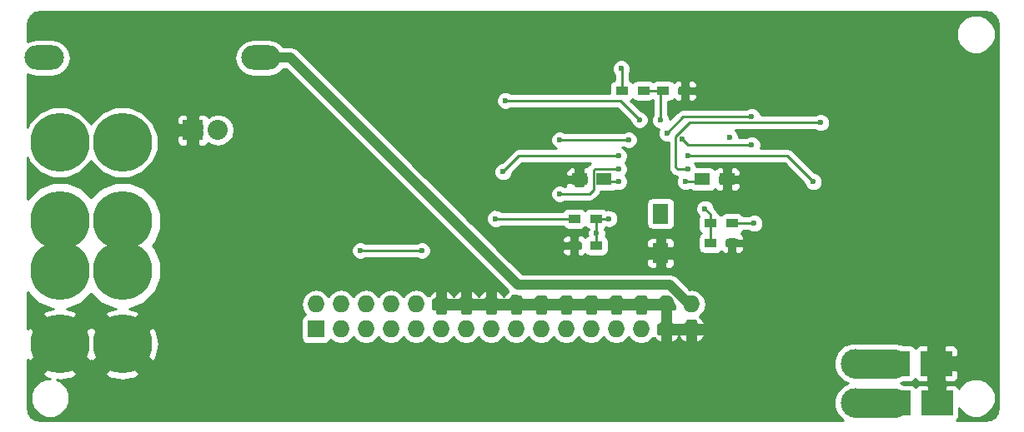
<source format=gbr>
G04 #@! TF.FileFunction,Copper,L2,Bot,Signal*
%FSLAX46Y46*%
G04 Gerber Fmt 4.6, Leading zero omitted, Abs format (unit mm)*
G04 Created by KiCad (PCBNEW 4.0.5+dfsg1-4) date Mon Feb 19 23:39:44 2018*
%MOMM*%
%LPD*%
G01*
G04 APERTURE LIST*
%ADD10C,0.100000*%
%ADD11R,2.032000X2.032000*%
%ADD12O,2.032000X2.032000*%
%ADD13O,4.000500X2.499360*%
%ADD14R,1.727200X1.727200*%
%ADD15O,1.727200X1.727200*%
%ADD16C,5.999480*%
%ADD17R,1.600000X2.000000*%
%ADD18R,1.500000X1.250000*%
%ADD19R,3.200000X2.500000*%
%ADD20R,1.200000X0.900000*%
%ADD21C,0.600000*%
%ADD22C,3.000000*%
%ADD23C,0.250000*%
%ADD24C,3.000000*%
%ADD25C,1.000000*%
%ADD26C,0.254000*%
G04 APERTURE END LIST*
D10*
D11*
X106500000Y-110750000D03*
D12*
X109040000Y-110750000D03*
D13*
X113401480Y-103400000D03*
X91400000Y-103400000D03*
D14*
X119000000Y-131000000D03*
D15*
X119000000Y-128460000D03*
X121540000Y-131000000D03*
X121540000Y-128460000D03*
X124080000Y-131000000D03*
X124080000Y-128460000D03*
X126620000Y-131000000D03*
X126620000Y-128460000D03*
X129160000Y-131000000D03*
X129160000Y-128460000D03*
X131700000Y-131000000D03*
X131700000Y-128460000D03*
X134240000Y-131000000D03*
X134240000Y-128460000D03*
X136780000Y-131000000D03*
X136780000Y-128460000D03*
X139320000Y-131000000D03*
X139320000Y-128460000D03*
X141860000Y-131000000D03*
X141860000Y-128460000D03*
X144400000Y-131000000D03*
X144400000Y-128460000D03*
X146940000Y-131000000D03*
X146940000Y-128460000D03*
X149480000Y-131000000D03*
X149480000Y-128460000D03*
X152020000Y-131000000D03*
X152020000Y-128460000D03*
X154560000Y-131000000D03*
X154560000Y-128460000D03*
X157100000Y-131000000D03*
X157100000Y-128460000D03*
D16*
X99350000Y-112000000D03*
X93000000Y-112000000D03*
X99350000Y-120000000D03*
X93000000Y-120000000D03*
X99350000Y-125000000D03*
X93000000Y-125000000D03*
X99350000Y-132500000D03*
X93000000Y-132500000D03*
D17*
X154000000Y-119250000D03*
X154000000Y-123250000D03*
D18*
X158250000Y-115750000D03*
X160750000Y-115750000D03*
X148250000Y-115750000D03*
X145750000Y-115750000D03*
D19*
X177700000Y-134500000D03*
X182000000Y-134500000D03*
X177750000Y-138500000D03*
X182050000Y-138500000D03*
D20*
X154250000Y-106750000D03*
X156450000Y-106750000D03*
X150050000Y-106750000D03*
X152250000Y-106750000D03*
X161250000Y-120250000D03*
X159050000Y-120250000D03*
X159050000Y-122250000D03*
X161250000Y-122250000D03*
X145250000Y-119750000D03*
X147450000Y-119750000D03*
X147450000Y-122500000D03*
X145250000Y-122500000D03*
D21*
X161000000Y-111500000D03*
X150000000Y-104500000D03*
D22*
X130750000Y-102000000D03*
D21*
X146500000Y-110500000D03*
D22*
X180500000Y-101500000D03*
X186000000Y-133750000D03*
D21*
X158500000Y-118750000D03*
X156500000Y-116000000D03*
X163250000Y-112250000D03*
X156170558Y-111670558D03*
X148750000Y-119750000D03*
X147500000Y-121250000D03*
X149750000Y-116000000D03*
X143750000Y-111750000D03*
X150750000Y-111750000D03*
X163250000Y-109375000D03*
X154625000Y-111054442D03*
X156750000Y-113375000D03*
X169500000Y-116000000D03*
X170250000Y-110000000D03*
X156750000Y-114725000D03*
X138250000Y-107750000D03*
X151858119Y-109721169D03*
X149750000Y-113375000D03*
X138000000Y-115000000D03*
X143750000Y-117250000D03*
X149750000Y-114725000D03*
X154000000Y-109750000D03*
D22*
X173750000Y-134500000D03*
X173750000Y-138500000D03*
D21*
X163500000Y-120250000D03*
X137250000Y-119750000D03*
X129750000Y-123000000D03*
X123500000Y-123000000D03*
D23*
X150050000Y-106750000D02*
X150050000Y-104550000D01*
X150050000Y-104550000D02*
X150000000Y-104500000D01*
X159050000Y-120250000D02*
X159050000Y-119300000D01*
X159050000Y-119300000D02*
X158500000Y-118750000D01*
X159050000Y-120250000D02*
X159050000Y-122250000D01*
X156500000Y-116000000D02*
X158000000Y-116000000D01*
X158000000Y-116000000D02*
X158250000Y-115750000D01*
X156170558Y-111670558D02*
X156750000Y-112250000D01*
X156750000Y-112250000D02*
X163250000Y-112250000D01*
X147450000Y-119750000D02*
X148750000Y-119750000D01*
X147500000Y-121250000D02*
X147500000Y-122450000D01*
X147500000Y-122450000D02*
X147450000Y-122500000D01*
X147500000Y-121250000D02*
X147500000Y-119800000D01*
X147500000Y-119800000D02*
X147450000Y-119750000D01*
X149750000Y-116000000D02*
X148500000Y-116000000D01*
X148500000Y-116000000D02*
X148250000Y-115750000D01*
X150750000Y-111750000D02*
X143750000Y-111750000D01*
X154625000Y-111054442D02*
X156304442Y-109375000D01*
X156304442Y-109375000D02*
X163250000Y-109375000D01*
X169500000Y-116000000D02*
X166875000Y-113375000D01*
X166875000Y-113375000D02*
X156750000Y-113375000D01*
X170250000Y-110000000D02*
X156916114Y-110000000D01*
X156916114Y-110000000D02*
X155545557Y-111370557D01*
X155545557Y-114545557D02*
X155725000Y-114725000D01*
X155545557Y-111370557D02*
X155545557Y-114545557D01*
X155725000Y-114725000D02*
X156750000Y-114725000D01*
X151858119Y-109721169D02*
X149886950Y-107750000D01*
X149886950Y-107750000D02*
X138250000Y-107750000D01*
X138000000Y-115000000D02*
X139625000Y-113375000D01*
X139625000Y-113375000D02*
X149750000Y-113375000D01*
X149750000Y-114725000D02*
X147314998Y-114725000D01*
X147314998Y-114725000D02*
X147174999Y-114864999D01*
X147174999Y-114864999D02*
X147174999Y-116863883D01*
X147174999Y-116863883D02*
X146788882Y-117250000D01*
X146788882Y-117250000D02*
X143750000Y-117250000D01*
X154250000Y-106750000D02*
X152250000Y-106750000D01*
X154000000Y-109750000D02*
X154000000Y-107000000D01*
X154000000Y-107000000D02*
X154250000Y-106750000D01*
D24*
X177700000Y-134500000D02*
X173750000Y-134500000D01*
X177750000Y-138500000D02*
X173750000Y-138500000D01*
D23*
X163500000Y-120250000D02*
X161250000Y-120250000D01*
X139750000Y-119750000D02*
X137250000Y-119750000D01*
X139750000Y-119750000D02*
X145250000Y-119750000D01*
X123500000Y-123000000D02*
X129750000Y-123000000D01*
D25*
X154914130Y-126500000D02*
X139501730Y-126500000D01*
X139501730Y-126500000D02*
X116401730Y-103400000D01*
X116401730Y-103400000D02*
X113401480Y-103400000D01*
X157100000Y-128460000D02*
X156874130Y-128460000D01*
X156874130Y-128460000D02*
X154914130Y-126500000D01*
D26*
G36*
X187488338Y-98821046D02*
X187902333Y-99097669D01*
X188178953Y-99511660D01*
X188290000Y-100069931D01*
X188290000Y-138930069D01*
X188178953Y-139488340D01*
X187902333Y-139902331D01*
X187488338Y-140178954D01*
X186930069Y-140290000D01*
X184005659Y-140290000D01*
X184009698Y-140288327D01*
X184188327Y-140109699D01*
X184285000Y-139876310D01*
X184285000Y-139047390D01*
X184316218Y-139122943D01*
X184874120Y-139681819D01*
X185603427Y-139984654D01*
X186393109Y-139985343D01*
X187122943Y-139683782D01*
X187681819Y-139125880D01*
X187984654Y-138396573D01*
X187985343Y-137606891D01*
X187683782Y-136877057D01*
X187125880Y-136318181D01*
X186396573Y-136015346D01*
X185606891Y-136014657D01*
X184877057Y-136316218D01*
X184318181Y-136874120D01*
X184249819Y-137038755D01*
X184188327Y-136890301D01*
X184009698Y-136711673D01*
X183776309Y-136615000D01*
X183008750Y-136615000D01*
X182850000Y-136773750D01*
X182850000Y-137875000D01*
X182943000Y-137875000D01*
X182943000Y-139125000D01*
X182850000Y-139125000D01*
X182850000Y-139393000D01*
X181250000Y-139393000D01*
X181250000Y-139125000D01*
X181157000Y-139125000D01*
X181157000Y-137875000D01*
X181250000Y-137875000D01*
X181250000Y-136773750D01*
X181091250Y-136615000D01*
X180323691Y-136615000D01*
X180090302Y-136711673D01*
X179911673Y-136890301D01*
X179896577Y-136926747D01*
X179814090Y-136798559D01*
X179601890Y-136653569D01*
X179350000Y-136602560D01*
X178679339Y-136602560D01*
X178567029Y-136527517D01*
X178403692Y-136495027D01*
X178517029Y-136472483D01*
X178629339Y-136397440D01*
X179300000Y-136397440D01*
X179535317Y-136353162D01*
X179751441Y-136214090D01*
X179846990Y-136074250D01*
X179861673Y-136109699D01*
X180040302Y-136288327D01*
X180273691Y-136385000D01*
X181041250Y-136385000D01*
X181200000Y-136226250D01*
X181200000Y-135125000D01*
X182800000Y-135125000D01*
X182800000Y-136226250D01*
X182958750Y-136385000D01*
X183726309Y-136385000D01*
X183959698Y-136288327D01*
X184138327Y-136109699D01*
X184235000Y-135876310D01*
X184235000Y-135283750D01*
X184076250Y-135125000D01*
X182800000Y-135125000D01*
X181200000Y-135125000D01*
X181107000Y-135125000D01*
X181107000Y-133875000D01*
X181200000Y-133875000D01*
X181200000Y-132773750D01*
X182800000Y-132773750D01*
X182800000Y-133875000D01*
X184076250Y-133875000D01*
X184235000Y-133716250D01*
X184235000Y-133123690D01*
X184138327Y-132890301D01*
X183959698Y-132711673D01*
X183726309Y-132615000D01*
X182958750Y-132615000D01*
X182800000Y-132773750D01*
X181200000Y-132773750D01*
X181041250Y-132615000D01*
X180273691Y-132615000D01*
X180040302Y-132711673D01*
X179861673Y-132890301D01*
X179846577Y-132926747D01*
X179764090Y-132798559D01*
X179551890Y-132653569D01*
X179300000Y-132602560D01*
X178629339Y-132602560D01*
X178517029Y-132527517D01*
X177700000Y-132365000D01*
X173750718Y-132365000D01*
X173327185Y-132364630D01*
X172542200Y-132688980D01*
X171941091Y-133289041D01*
X171615372Y-134073459D01*
X171614630Y-134922815D01*
X171938980Y-135707800D01*
X172539041Y-136308909D01*
X172999402Y-136500068D01*
X172542200Y-136688980D01*
X171941091Y-137289041D01*
X171615372Y-138073459D01*
X171614630Y-138922815D01*
X171938980Y-139707800D01*
X172520165Y-140290000D01*
X91069931Y-140290000D01*
X90511660Y-140178953D01*
X90097669Y-139902333D01*
X89821046Y-139488338D01*
X89710000Y-138930069D01*
X89710000Y-138393109D01*
X90014657Y-138393109D01*
X90316218Y-139122943D01*
X90874120Y-139681819D01*
X91603427Y-139984654D01*
X92393109Y-139985343D01*
X93122943Y-139683782D01*
X93681819Y-139125880D01*
X93984654Y-138396573D01*
X93985343Y-137606891D01*
X93683782Y-136877057D01*
X93125880Y-136318181D01*
X92718372Y-136148969D01*
X93008089Y-136205940D01*
X94410728Y-135926937D01*
X94813795Y-135548404D01*
X97536205Y-135548404D01*
X97939272Y-135926937D01*
X99358089Y-136205940D01*
X100760728Y-135926937D01*
X101163795Y-135548404D01*
X99350000Y-133734608D01*
X97536205Y-135548404D01*
X94813795Y-135548404D01*
X93000000Y-133734608D01*
X91186205Y-135548404D01*
X91589272Y-135926937D01*
X92037265Y-136015033D01*
X91606891Y-136014657D01*
X90877057Y-136316218D01*
X90318181Y-136874120D01*
X90015346Y-137603427D01*
X90014657Y-138393109D01*
X89710000Y-138393109D01*
X89710000Y-134056540D01*
X89951596Y-134313795D01*
X91765392Y-132500000D01*
X94234608Y-132500000D01*
X96048404Y-134313795D01*
X96175000Y-134178994D01*
X96301596Y-134313795D01*
X98115392Y-132500000D01*
X100584608Y-132500000D01*
X102398404Y-134313795D01*
X102776937Y-133910728D01*
X103055940Y-132491911D01*
X102776937Y-131089272D01*
X102398404Y-130686205D01*
X100584608Y-132500000D01*
X98115392Y-132500000D01*
X96301596Y-130686205D01*
X96175000Y-130821006D01*
X96048404Y-130686205D01*
X94234608Y-132500000D01*
X91765392Y-132500000D01*
X89951596Y-130686205D01*
X89710000Y-130943460D01*
X89710000Y-127262353D01*
X90772776Y-128326987D01*
X92215496Y-128926057D01*
X92327826Y-128926155D01*
X91589272Y-129073063D01*
X91186205Y-129451596D01*
X93000000Y-131265392D01*
X94813795Y-129451596D01*
X94410728Y-129073063D01*
X93669609Y-128927326D01*
X93777650Y-128927420D01*
X95221413Y-128330869D01*
X96175696Y-127378251D01*
X97122776Y-128326987D01*
X98565496Y-128926057D01*
X98677826Y-128926155D01*
X97939272Y-129073063D01*
X97536205Y-129451596D01*
X99350000Y-131265392D01*
X100478991Y-130136400D01*
X117488960Y-130136400D01*
X117488960Y-131863600D01*
X117533238Y-132098917D01*
X117672310Y-132315041D01*
X117884510Y-132460031D01*
X118136400Y-132511040D01*
X119863600Y-132511040D01*
X120098917Y-132466762D01*
X120315041Y-132327690D01*
X120460031Y-132115490D01*
X120468864Y-132071869D01*
X120480330Y-132089029D01*
X120966511Y-132413885D01*
X121540000Y-132527959D01*
X122113489Y-132413885D01*
X122599670Y-132089029D01*
X122810000Y-131774248D01*
X123020330Y-132089029D01*
X123506511Y-132413885D01*
X124080000Y-132527959D01*
X124653489Y-132413885D01*
X125139670Y-132089029D01*
X125350000Y-131774248D01*
X125560330Y-132089029D01*
X126046511Y-132413885D01*
X126620000Y-132527959D01*
X127193489Y-132413885D01*
X127679670Y-132089029D01*
X127890000Y-131774248D01*
X128100330Y-132089029D01*
X128586511Y-132413885D01*
X129160000Y-132527959D01*
X129733489Y-132413885D01*
X130219670Y-132089029D01*
X130430000Y-131774248D01*
X130640330Y-132089029D01*
X131126511Y-132413885D01*
X131700000Y-132527959D01*
X132273489Y-132413885D01*
X132759670Y-132089029D01*
X132970000Y-131774248D01*
X133180330Y-132089029D01*
X133666511Y-132413885D01*
X134240000Y-132527959D01*
X134813489Y-132413885D01*
X135299670Y-132089029D01*
X135510000Y-131774248D01*
X135720330Y-132089029D01*
X136206511Y-132413885D01*
X136780000Y-132527959D01*
X137353489Y-132413885D01*
X137839670Y-132089029D01*
X138050000Y-131774248D01*
X138260330Y-132089029D01*
X138746511Y-132413885D01*
X139320000Y-132527959D01*
X139893489Y-132413885D01*
X140379670Y-132089029D01*
X140590000Y-131774248D01*
X140800330Y-132089029D01*
X141286511Y-132413885D01*
X141860000Y-132527959D01*
X142433489Y-132413885D01*
X142919670Y-132089029D01*
X143130000Y-131774248D01*
X143340330Y-132089029D01*
X143826511Y-132413885D01*
X144400000Y-132527959D01*
X144973489Y-132413885D01*
X145459670Y-132089029D01*
X145670000Y-131774248D01*
X145880330Y-132089029D01*
X146366511Y-132413885D01*
X146940000Y-132527959D01*
X147513489Y-132413885D01*
X147999670Y-132089029D01*
X148210000Y-131774248D01*
X148420330Y-132089029D01*
X148906511Y-132413885D01*
X149480000Y-132527959D01*
X150053489Y-132413885D01*
X150539670Y-132089029D01*
X150750000Y-131774248D01*
X150960330Y-132089029D01*
X151446511Y-132413885D01*
X152020000Y-132527959D01*
X152593489Y-132413885D01*
X153079670Y-132089029D01*
X153224015Y-131873002D01*
X153377420Y-131873002D01*
X153562010Y-132117996D01*
X153909026Y-132349828D01*
X154128200Y-132268364D01*
X154128200Y-131431800D01*
X154991800Y-131431800D01*
X154991800Y-132268364D01*
X155210974Y-132349828D01*
X155557990Y-132117996D01*
X155830000Y-131756974D01*
X156102010Y-132117996D01*
X156449026Y-132349828D01*
X156668200Y-132268364D01*
X156668200Y-131431800D01*
X157531800Y-131431800D01*
X157531800Y-132268364D01*
X157750974Y-132349828D01*
X158097990Y-132117996D01*
X158449861Y-131650979D01*
X158376328Y-131431800D01*
X157531800Y-131431800D01*
X156668200Y-131431800D01*
X154991800Y-131431800D01*
X154128200Y-131431800D01*
X153696400Y-131431800D01*
X153696400Y-130568200D01*
X154128200Y-130568200D01*
X154128200Y-129731636D01*
X154123798Y-129730000D01*
X154128200Y-129728364D01*
X154128200Y-128891800D01*
X152451800Y-128891800D01*
X152451800Y-129323600D01*
X151588200Y-129323600D01*
X151588200Y-128891800D01*
X149911800Y-128891800D01*
X149911800Y-129323600D01*
X149048200Y-129323600D01*
X149048200Y-128891800D01*
X147371800Y-128891800D01*
X147371800Y-129323600D01*
X146508200Y-129323600D01*
X146508200Y-128891800D01*
X144831800Y-128891800D01*
X144831800Y-129323600D01*
X143968200Y-129323600D01*
X143968200Y-128891800D01*
X142291800Y-128891800D01*
X142291800Y-129323600D01*
X141428200Y-129323600D01*
X141428200Y-128891800D01*
X139751800Y-128891800D01*
X139751800Y-129323600D01*
X138888200Y-129323600D01*
X138888200Y-128891800D01*
X137211800Y-128891800D01*
X137211800Y-129323600D01*
X136348200Y-129323600D01*
X136348200Y-128891800D01*
X134671800Y-128891800D01*
X134671800Y-129323600D01*
X133808200Y-129323600D01*
X133808200Y-128891800D01*
X132131800Y-128891800D01*
X132131800Y-129323600D01*
X131268200Y-129323600D01*
X131268200Y-128891800D01*
X130836400Y-128891800D01*
X130836400Y-128028200D01*
X131268200Y-128028200D01*
X131268200Y-127191636D01*
X132131800Y-127191636D01*
X132131800Y-128028200D01*
X133808200Y-128028200D01*
X133808200Y-127191636D01*
X134671800Y-127191636D01*
X134671800Y-128028200D01*
X136348200Y-128028200D01*
X136348200Y-127191636D01*
X136129026Y-127110172D01*
X135782010Y-127342004D01*
X135510000Y-127703026D01*
X135237990Y-127342004D01*
X134890974Y-127110172D01*
X134671800Y-127191636D01*
X133808200Y-127191636D01*
X133589026Y-127110172D01*
X133242010Y-127342004D01*
X132970000Y-127703026D01*
X132697990Y-127342004D01*
X132350974Y-127110172D01*
X132131800Y-127191636D01*
X131268200Y-127191636D01*
X131049026Y-127110172D01*
X130702010Y-127342004D01*
X130517420Y-127586998D01*
X130364015Y-127586998D01*
X130219670Y-127370971D01*
X129733489Y-127046115D01*
X129160000Y-126932041D01*
X128586511Y-127046115D01*
X128100330Y-127370971D01*
X127890000Y-127685752D01*
X127679670Y-127370971D01*
X127193489Y-127046115D01*
X126620000Y-126932041D01*
X126046511Y-127046115D01*
X125560330Y-127370971D01*
X125350000Y-127685752D01*
X125139670Y-127370971D01*
X124653489Y-127046115D01*
X124080000Y-126932041D01*
X123506511Y-127046115D01*
X123020330Y-127370971D01*
X122810000Y-127685752D01*
X122599670Y-127370971D01*
X122113489Y-127046115D01*
X121540000Y-126932041D01*
X120966511Y-127046115D01*
X120480330Y-127370971D01*
X120270000Y-127685752D01*
X120059670Y-127370971D01*
X119573489Y-127046115D01*
X119000000Y-126932041D01*
X118426511Y-127046115D01*
X117940330Y-127370971D01*
X117615474Y-127857152D01*
X117501400Y-128430641D01*
X117501400Y-128489359D01*
X117615474Y-129062848D01*
X117926574Y-129528442D01*
X117901083Y-129533238D01*
X117684959Y-129672310D01*
X117539969Y-129884510D01*
X117488960Y-130136400D01*
X100478991Y-130136400D01*
X101163795Y-129451596D01*
X100760728Y-129073063D01*
X100019609Y-128927326D01*
X100127650Y-128927420D01*
X101571413Y-128330869D01*
X102676987Y-127227224D01*
X103276057Y-125784504D01*
X103277420Y-124222350D01*
X102848865Y-123185167D01*
X122564838Y-123185167D01*
X122706883Y-123528943D01*
X122969673Y-123792192D01*
X123313201Y-123934838D01*
X123685167Y-123935162D01*
X124028943Y-123793117D01*
X124062118Y-123760000D01*
X129187537Y-123760000D01*
X129219673Y-123792192D01*
X129563201Y-123934838D01*
X129935167Y-123935162D01*
X130278943Y-123793117D01*
X130542192Y-123530327D01*
X130684838Y-123186799D01*
X130685162Y-122814833D01*
X130543117Y-122471057D01*
X130280327Y-122207808D01*
X129936799Y-122065162D01*
X129564833Y-122064838D01*
X129221057Y-122206883D01*
X129187882Y-122240000D01*
X124062463Y-122240000D01*
X124030327Y-122207808D01*
X123686799Y-122065162D01*
X123314833Y-122064838D01*
X122971057Y-122206883D01*
X122707808Y-122469673D01*
X122565162Y-122813201D01*
X122564838Y-123185167D01*
X102848865Y-123185167D01*
X102680869Y-122778587D01*
X102403250Y-122500483D01*
X102676987Y-122227224D01*
X103276057Y-120784504D01*
X103277420Y-119222350D01*
X102680869Y-117778587D01*
X101577224Y-116673013D01*
X100134504Y-116073943D01*
X98572350Y-116072580D01*
X97128587Y-116669131D01*
X96174304Y-117621749D01*
X95227224Y-116673013D01*
X93784504Y-116073943D01*
X92222350Y-116072580D01*
X90778587Y-116669131D01*
X89710000Y-117735854D01*
X89710000Y-113555682D01*
X89916820Y-114056225D01*
X90938397Y-115079586D01*
X92273834Y-115634108D01*
X93719823Y-115635370D01*
X95056225Y-115083180D01*
X96079586Y-114061603D01*
X96174548Y-113832909D01*
X96266820Y-114056225D01*
X97288397Y-115079586D01*
X98623834Y-115634108D01*
X100069823Y-115635370D01*
X101406225Y-115083180D01*
X102429586Y-114061603D01*
X102984108Y-112726166D01*
X102985250Y-111416750D01*
X104849000Y-111416750D01*
X104849000Y-111892310D01*
X104945673Y-112125699D01*
X105124302Y-112304327D01*
X105357691Y-112401000D01*
X105833250Y-112401000D01*
X105992000Y-112242250D01*
X105992000Y-111258000D01*
X105007750Y-111258000D01*
X104849000Y-111416750D01*
X102985250Y-111416750D01*
X102985370Y-111280177D01*
X102433180Y-109943775D01*
X102097681Y-109607690D01*
X104849000Y-109607690D01*
X104849000Y-110083250D01*
X105007750Y-110242000D01*
X105992000Y-110242000D01*
X105992000Y-109257750D01*
X107008000Y-109257750D01*
X107008000Y-110242000D01*
X107393000Y-110242000D01*
X107393000Y-110567282D01*
X107356655Y-110750000D01*
X107393000Y-110932718D01*
X107393000Y-111258000D01*
X107008000Y-111258000D01*
X107008000Y-112242250D01*
X107166750Y-112401000D01*
X107642309Y-112401000D01*
X107875698Y-112304327D01*
X108054327Y-112125699D01*
X108075481Y-112074628D01*
X108375845Y-112275325D01*
X109007655Y-112401000D01*
X109072345Y-112401000D01*
X109704155Y-112275325D01*
X110239778Y-111917433D01*
X110597670Y-111381810D01*
X110723345Y-110750000D01*
X110597670Y-110118190D01*
X110239778Y-109582567D01*
X109704155Y-109224675D01*
X109072345Y-109099000D01*
X109007655Y-109099000D01*
X108375845Y-109224675D01*
X108075481Y-109425372D01*
X108054327Y-109374301D01*
X107875698Y-109195673D01*
X107642309Y-109099000D01*
X107166750Y-109099000D01*
X107008000Y-109257750D01*
X105992000Y-109257750D01*
X105833250Y-109099000D01*
X105357691Y-109099000D01*
X105124302Y-109195673D01*
X104945673Y-109374301D01*
X104849000Y-109607690D01*
X102097681Y-109607690D01*
X101411603Y-108920414D01*
X100076166Y-108365892D01*
X98630177Y-108364630D01*
X97293775Y-108916820D01*
X96270414Y-109938397D01*
X96175452Y-110167091D01*
X96083180Y-109943775D01*
X95061603Y-108920414D01*
X93726166Y-108365892D01*
X92280177Y-108364630D01*
X90943775Y-108916820D01*
X89920414Y-109938397D01*
X89710000Y-110445130D01*
X89710000Y-105029921D01*
X89876566Y-105141217D01*
X90597802Y-105284680D01*
X92202198Y-105284680D01*
X92923434Y-105141217D01*
X93534868Y-104732670D01*
X93943415Y-104121236D01*
X94086878Y-103400000D01*
X110714602Y-103400000D01*
X110858065Y-104121236D01*
X111266612Y-104732670D01*
X111878046Y-105141217D01*
X112599282Y-105284680D01*
X114203678Y-105284680D01*
X114924914Y-105141217D01*
X115536348Y-104732670D01*
X115668427Y-104535000D01*
X115931598Y-104535000D01*
X138446998Y-127050400D01*
X138446998Y-127258503D01*
X138322010Y-127342004D01*
X138050000Y-127703026D01*
X137777990Y-127342004D01*
X137430974Y-127110172D01*
X137211800Y-127191636D01*
X137211800Y-128028200D01*
X138888200Y-128028200D01*
X138888200Y-127596400D01*
X139307675Y-127596400D01*
X139501730Y-127635000D01*
X139751800Y-127635000D01*
X139751800Y-128028200D01*
X141428200Y-128028200D01*
X141428200Y-127635000D01*
X142291800Y-127635000D01*
X142291800Y-128028200D01*
X143968200Y-128028200D01*
X143968200Y-127635000D01*
X144831800Y-127635000D01*
X144831800Y-128028200D01*
X146508200Y-128028200D01*
X146508200Y-127635000D01*
X147371800Y-127635000D01*
X147371800Y-128028200D01*
X149048200Y-128028200D01*
X149048200Y-127635000D01*
X149911800Y-127635000D01*
X149911800Y-128028200D01*
X151588200Y-128028200D01*
X151588200Y-127635000D01*
X152451800Y-127635000D01*
X152451800Y-128028200D01*
X154128200Y-128028200D01*
X154128200Y-127635000D01*
X154443998Y-127635000D01*
X155423600Y-128614602D01*
X155423600Y-128891800D01*
X154991800Y-128891800D01*
X154991800Y-129728364D01*
X154996202Y-129730000D01*
X154991800Y-129731636D01*
X154991800Y-130568200D01*
X156668200Y-130568200D01*
X156668200Y-130136400D01*
X157531800Y-130136400D01*
X157531800Y-130568200D01*
X158376328Y-130568200D01*
X158449861Y-130349021D01*
X158097990Y-129882004D01*
X157973002Y-129798503D01*
X157973002Y-129673757D01*
X158159670Y-129549029D01*
X158484526Y-129062848D01*
X158598600Y-128489359D01*
X158598600Y-128430641D01*
X158484526Y-127857152D01*
X158159670Y-127370971D01*
X157673489Y-127046115D01*
X157100000Y-126932041D01*
X156975973Y-126956711D01*
X155716696Y-125697434D01*
X155348476Y-125451397D01*
X154914130Y-125365000D01*
X139971862Y-125365000D01*
X138515612Y-123908750D01*
X152565000Y-123908750D01*
X152565000Y-124376309D01*
X152661673Y-124609698D01*
X152840301Y-124788327D01*
X153073690Y-124885000D01*
X153441250Y-124885000D01*
X153600000Y-124726250D01*
X153600000Y-123750000D01*
X154400000Y-123750000D01*
X154400000Y-124726250D01*
X154558750Y-124885000D01*
X154926310Y-124885000D01*
X155159699Y-124788327D01*
X155338327Y-124609698D01*
X155435000Y-124376309D01*
X155435000Y-123908750D01*
X155276250Y-123750000D01*
X154400000Y-123750000D01*
X153600000Y-123750000D01*
X152723750Y-123750000D01*
X152565000Y-123908750D01*
X138515612Y-123908750D01*
X137490612Y-122883750D01*
X144015000Y-122883750D01*
X144015000Y-123076310D01*
X144111673Y-123309699D01*
X144290302Y-123488327D01*
X144523691Y-123585000D01*
X144791250Y-123585000D01*
X144950000Y-123426250D01*
X144950000Y-122725000D01*
X144173750Y-122725000D01*
X144015000Y-122883750D01*
X137490612Y-122883750D01*
X136530552Y-121923690D01*
X144015000Y-121923690D01*
X144015000Y-122116250D01*
X144173750Y-122275000D01*
X144950000Y-122275000D01*
X144950000Y-121573750D01*
X144791250Y-121415000D01*
X144523691Y-121415000D01*
X144290302Y-121511673D01*
X144111673Y-121690301D01*
X144015000Y-121923690D01*
X136530552Y-121923690D01*
X134542029Y-119935167D01*
X136314838Y-119935167D01*
X136456883Y-120278943D01*
X136719673Y-120542192D01*
X137063201Y-120684838D01*
X137435167Y-120685162D01*
X137778943Y-120543117D01*
X137812118Y-120510000D01*
X144094895Y-120510000D01*
X144185910Y-120651441D01*
X144398110Y-120796431D01*
X144650000Y-120847440D01*
X145850000Y-120847440D01*
X146085317Y-120803162D01*
X146301441Y-120664090D01*
X146349134Y-120594289D01*
X146385910Y-120651441D01*
X146598110Y-120796431D01*
X146669899Y-120810969D01*
X146565162Y-121063201D01*
X146564838Y-121435167D01*
X146579117Y-121469724D01*
X146398559Y-121585910D01*
X146370485Y-121626998D01*
X146325023Y-121626998D01*
X146209698Y-121511673D01*
X145976309Y-121415000D01*
X145708750Y-121415000D01*
X145550000Y-121573750D01*
X145550000Y-122275000D01*
X145850000Y-122275000D01*
X145850000Y-122725000D01*
X145550000Y-122725000D01*
X145550000Y-123426250D01*
X145708750Y-123585000D01*
X145976309Y-123585000D01*
X146209698Y-123488327D01*
X146325024Y-123373002D01*
X146367610Y-123373002D01*
X146385910Y-123401441D01*
X146598110Y-123546431D01*
X146850000Y-123597440D01*
X148050000Y-123597440D01*
X148285317Y-123553162D01*
X148501441Y-123414090D01*
X148646431Y-123201890D01*
X148697440Y-122950000D01*
X148697440Y-122123691D01*
X152565000Y-122123691D01*
X152565000Y-122591250D01*
X152723750Y-122750000D01*
X153600000Y-122750000D01*
X153600000Y-121773750D01*
X154400000Y-121773750D01*
X154400000Y-122750000D01*
X155276250Y-122750000D01*
X155435000Y-122591250D01*
X155435000Y-122123691D01*
X155338327Y-121890302D01*
X155159699Y-121711673D01*
X154926310Y-121615000D01*
X154558750Y-121615000D01*
X154400000Y-121773750D01*
X153600000Y-121773750D01*
X153441250Y-121615000D01*
X153073690Y-121615000D01*
X152840301Y-121711673D01*
X152661673Y-121890302D01*
X152565000Y-122123691D01*
X148697440Y-122123691D01*
X148697440Y-122050000D01*
X148653162Y-121814683D01*
X148514090Y-121598559D01*
X148400030Y-121520625D01*
X148434838Y-121436799D01*
X148435162Y-121064833D01*
X148318278Y-120781952D01*
X148501441Y-120664090D01*
X148504048Y-120660275D01*
X148563201Y-120684838D01*
X148935167Y-120685162D01*
X149278943Y-120543117D01*
X149542192Y-120280327D01*
X149684838Y-119936799D01*
X149685162Y-119564833D01*
X149543117Y-119221057D01*
X149280327Y-118957808D01*
X148936799Y-118815162D01*
X148564833Y-118814838D01*
X148502458Y-118840611D01*
X148301890Y-118703569D01*
X148050000Y-118652560D01*
X146850000Y-118652560D01*
X146614683Y-118696838D01*
X146398559Y-118835910D01*
X146350866Y-118905711D01*
X146314090Y-118848559D01*
X146101890Y-118703569D01*
X145850000Y-118652560D01*
X144650000Y-118652560D01*
X144414683Y-118696838D01*
X144198559Y-118835910D01*
X144093274Y-118990000D01*
X137812463Y-118990000D01*
X137780327Y-118957808D01*
X137436799Y-118815162D01*
X137064833Y-118814838D01*
X136721057Y-118956883D01*
X136457808Y-119219673D01*
X136315162Y-119563201D01*
X136314838Y-119935167D01*
X134542029Y-119935167D01*
X132856862Y-118250000D01*
X152552560Y-118250000D01*
X152552560Y-120250000D01*
X152596838Y-120485317D01*
X152735910Y-120701441D01*
X152948110Y-120846431D01*
X153200000Y-120897440D01*
X154800000Y-120897440D01*
X155035317Y-120853162D01*
X155251441Y-120714090D01*
X155396431Y-120501890D01*
X155447440Y-120250000D01*
X155447440Y-118935167D01*
X157564838Y-118935167D01*
X157706883Y-119278943D01*
X157903147Y-119475550D01*
X157853569Y-119548110D01*
X157802560Y-119800000D01*
X157802560Y-120700000D01*
X157846838Y-120935317D01*
X157985910Y-121151441D01*
X158131083Y-121250633D01*
X157998559Y-121335910D01*
X157853569Y-121548110D01*
X157802560Y-121800000D01*
X157802560Y-122700000D01*
X157846838Y-122935317D01*
X157985910Y-123151441D01*
X158198110Y-123296431D01*
X158450000Y-123347440D01*
X159650000Y-123347440D01*
X159885317Y-123303162D01*
X160101441Y-123164090D01*
X160129515Y-123123002D01*
X160174977Y-123123002D01*
X160290302Y-123238327D01*
X160523691Y-123335000D01*
X160791250Y-123335000D01*
X160950000Y-123176250D01*
X160950000Y-122475000D01*
X161550000Y-122475000D01*
X161550000Y-123176250D01*
X161708750Y-123335000D01*
X161976309Y-123335000D01*
X162209698Y-123238327D01*
X162388327Y-123059699D01*
X162485000Y-122826310D01*
X162485000Y-122633750D01*
X162326250Y-122475000D01*
X161550000Y-122475000D01*
X160950000Y-122475000D01*
X160650000Y-122475000D01*
X160650000Y-122025000D01*
X160950000Y-122025000D01*
X160950000Y-121800000D01*
X161550000Y-121800000D01*
X161550000Y-122025000D01*
X162326250Y-122025000D01*
X162485000Y-121866250D01*
X162485000Y-121673690D01*
X162388327Y-121440301D01*
X162209698Y-121261673D01*
X162173253Y-121246577D01*
X162301441Y-121164090D01*
X162406726Y-121010000D01*
X162937537Y-121010000D01*
X162969673Y-121042192D01*
X163313201Y-121184838D01*
X163685167Y-121185162D01*
X164028943Y-121043117D01*
X164292192Y-120780327D01*
X164434838Y-120436799D01*
X164435162Y-120064833D01*
X164293117Y-119721057D01*
X164030327Y-119457808D01*
X163686799Y-119315162D01*
X163314833Y-119314838D01*
X162971057Y-119456883D01*
X162937882Y-119490000D01*
X162405105Y-119490000D01*
X162314090Y-119348559D01*
X162101890Y-119203569D01*
X161850000Y-119152560D01*
X160650000Y-119152560D01*
X160414683Y-119196838D01*
X160198559Y-119335910D01*
X160150866Y-119405711D01*
X160114090Y-119348559D01*
X159901890Y-119203569D01*
X159786157Y-119180132D01*
X159752148Y-119009161D01*
X159752148Y-119009160D01*
X159587401Y-118762599D01*
X159435122Y-118610320D01*
X159435162Y-118564833D01*
X159293117Y-118221057D01*
X159030327Y-117957808D01*
X158686799Y-117815162D01*
X158314833Y-117814838D01*
X157971057Y-117956883D01*
X157707808Y-118219673D01*
X157565162Y-118563201D01*
X157564838Y-118935167D01*
X155447440Y-118935167D01*
X155447440Y-118250000D01*
X155403162Y-118014683D01*
X155264090Y-117798559D01*
X155051890Y-117653569D01*
X154800000Y-117602560D01*
X153200000Y-117602560D01*
X152964683Y-117646838D01*
X152748559Y-117785910D01*
X152603569Y-117998110D01*
X152552560Y-118250000D01*
X132856862Y-118250000D01*
X129792029Y-115185167D01*
X137064838Y-115185167D01*
X137206883Y-115528943D01*
X137469673Y-115792192D01*
X137813201Y-115934838D01*
X138185167Y-115935162D01*
X138528943Y-115793117D01*
X138792192Y-115530327D01*
X138934838Y-115186799D01*
X138934879Y-115139923D01*
X139076112Y-114998690D01*
X144365000Y-114998690D01*
X144365000Y-115278750D01*
X144523750Y-115437500D01*
X145375000Y-115437500D01*
X145375000Y-114648750D01*
X145216250Y-114490000D01*
X144873691Y-114490000D01*
X144640302Y-114586673D01*
X144461673Y-114765301D01*
X144365000Y-114998690D01*
X139076112Y-114998690D01*
X139939802Y-114135000D01*
X146856317Y-114135000D01*
X146777597Y-114187599D01*
X146637598Y-114327598D01*
X146529085Y-114490000D01*
X146283750Y-114490000D01*
X146125000Y-114648750D01*
X146125000Y-115437500D01*
X146414999Y-115437500D01*
X146414999Y-116062500D01*
X146125000Y-116062500D01*
X146125000Y-116375000D01*
X145375000Y-116375000D01*
X145375000Y-116062500D01*
X144523750Y-116062500D01*
X144365000Y-116221250D01*
X144365000Y-116490000D01*
X144312463Y-116490000D01*
X144280327Y-116457808D01*
X143936799Y-116315162D01*
X143564833Y-116314838D01*
X143221057Y-116456883D01*
X142957808Y-116719673D01*
X142815162Y-117063201D01*
X142814838Y-117435167D01*
X142956883Y-117778943D01*
X143219673Y-118042192D01*
X143563201Y-118184838D01*
X143935167Y-118185162D01*
X144278943Y-118043117D01*
X144312118Y-118010000D01*
X146788882Y-118010000D01*
X147079721Y-117952148D01*
X147326283Y-117787401D01*
X147712400Y-117401284D01*
X147877147Y-117154722D01*
X147903460Y-117022440D01*
X149000000Y-117022440D01*
X149235317Y-116978162D01*
X149404837Y-116869079D01*
X149563201Y-116934838D01*
X149935167Y-116935162D01*
X150278943Y-116793117D01*
X150542192Y-116530327D01*
X150684838Y-116186799D01*
X150685162Y-115814833D01*
X150543117Y-115471057D01*
X150434790Y-115362541D01*
X150542192Y-115255327D01*
X150684838Y-114911799D01*
X150685162Y-114539833D01*
X150543117Y-114196057D01*
X150397291Y-114049976D01*
X150542192Y-113905327D01*
X150684838Y-113561799D01*
X150685162Y-113189833D01*
X150543117Y-112846057D01*
X150280327Y-112582808D01*
X150104987Y-112510000D01*
X150187537Y-112510000D01*
X150219673Y-112542192D01*
X150563201Y-112684838D01*
X150935167Y-112685162D01*
X151278943Y-112543117D01*
X151542192Y-112280327D01*
X151684838Y-111936799D01*
X151685162Y-111564833D01*
X151543117Y-111221057D01*
X151280327Y-110957808D01*
X150936799Y-110815162D01*
X150564833Y-110814838D01*
X150221057Y-110956883D01*
X150187882Y-110990000D01*
X144312463Y-110990000D01*
X144280327Y-110957808D01*
X143936799Y-110815162D01*
X143564833Y-110814838D01*
X143221057Y-110956883D01*
X142957808Y-111219673D01*
X142815162Y-111563201D01*
X142814838Y-111935167D01*
X142956883Y-112278943D01*
X143219673Y-112542192D01*
X143395013Y-112615000D01*
X139625000Y-112615000D01*
X139334161Y-112672852D01*
X139087599Y-112837599D01*
X137860320Y-114064878D01*
X137814833Y-114064838D01*
X137471057Y-114206883D01*
X137207808Y-114469673D01*
X137065162Y-114813201D01*
X137064838Y-115185167D01*
X129792029Y-115185167D01*
X122542029Y-107935167D01*
X137314838Y-107935167D01*
X137456883Y-108278943D01*
X137719673Y-108542192D01*
X138063201Y-108684838D01*
X138435167Y-108685162D01*
X138778943Y-108543117D01*
X138812118Y-108510000D01*
X149572148Y-108510000D01*
X150922997Y-109860849D01*
X150922957Y-109906336D01*
X151065002Y-110250112D01*
X151327792Y-110513361D01*
X151671320Y-110656007D01*
X152043286Y-110656331D01*
X152387062Y-110514286D01*
X152650311Y-110251496D01*
X152792957Y-109907968D01*
X152793281Y-109536002D01*
X152651236Y-109192226D01*
X152388446Y-108928977D01*
X152044918Y-108786331D01*
X151998042Y-108786290D01*
X150964172Y-107752420D01*
X151101441Y-107664090D01*
X151149134Y-107594289D01*
X151185910Y-107651441D01*
X151398110Y-107796431D01*
X151650000Y-107847440D01*
X152850000Y-107847440D01*
X153085317Y-107803162D01*
X153240000Y-107703626D01*
X153240000Y-109187537D01*
X153207808Y-109219673D01*
X153065162Y-109563201D01*
X153064838Y-109935167D01*
X153206883Y-110278943D01*
X153469673Y-110542192D01*
X153773001Y-110668145D01*
X153690162Y-110867643D01*
X153689838Y-111239609D01*
X153831883Y-111583385D01*
X154094673Y-111846634D01*
X154438201Y-111989280D01*
X154785557Y-111989583D01*
X154785557Y-114545557D01*
X154843409Y-114836396D01*
X155008156Y-115082958D01*
X155187599Y-115262401D01*
X155434161Y-115427148D01*
X155703241Y-115480672D01*
X155565162Y-115813201D01*
X155564838Y-116185167D01*
X155706883Y-116528943D01*
X155969673Y-116792192D01*
X156313201Y-116934838D01*
X156685167Y-116935162D01*
X157017507Y-116797842D01*
X157035910Y-116826441D01*
X157248110Y-116971431D01*
X157500000Y-117022440D01*
X159000000Y-117022440D01*
X159235317Y-116978162D01*
X159451441Y-116839090D01*
X159497969Y-116770994D01*
X159640302Y-116913327D01*
X159873691Y-117010000D01*
X160216250Y-117010000D01*
X160375000Y-116851250D01*
X160375000Y-116062500D01*
X161125000Y-116062500D01*
X161125000Y-116851250D01*
X161283750Y-117010000D01*
X161626309Y-117010000D01*
X161859698Y-116913327D01*
X162038327Y-116734699D01*
X162135000Y-116501310D01*
X162135000Y-116221250D01*
X161976250Y-116062500D01*
X161125000Y-116062500D01*
X160375000Y-116062500D01*
X160000000Y-116062500D01*
X160000000Y-115437500D01*
X160375000Y-115437500D01*
X160375000Y-114648750D01*
X161125000Y-114648750D01*
X161125000Y-115437500D01*
X161976250Y-115437500D01*
X162135000Y-115278750D01*
X162135000Y-114998690D01*
X162038327Y-114765301D01*
X161859698Y-114586673D01*
X161626309Y-114490000D01*
X161283750Y-114490000D01*
X161125000Y-114648750D01*
X160375000Y-114648750D01*
X160216250Y-114490000D01*
X159873691Y-114490000D01*
X159640302Y-114586673D01*
X159499064Y-114727910D01*
X159464090Y-114673559D01*
X159251890Y-114528569D01*
X159000000Y-114477560D01*
X157659431Y-114477560D01*
X157543117Y-114196057D01*
X157482166Y-114135000D01*
X166560198Y-114135000D01*
X168564878Y-116139680D01*
X168564838Y-116185167D01*
X168706883Y-116528943D01*
X168969673Y-116792192D01*
X169313201Y-116934838D01*
X169685167Y-116935162D01*
X170028943Y-116793117D01*
X170292192Y-116530327D01*
X170434838Y-116186799D01*
X170435162Y-115814833D01*
X170293117Y-115471057D01*
X170030327Y-115207808D01*
X169686799Y-115065162D01*
X169639923Y-115065121D01*
X167412401Y-112837599D01*
X167165839Y-112672852D01*
X166875000Y-112615000D01*
X164110842Y-112615000D01*
X164184838Y-112436799D01*
X164185162Y-112064833D01*
X164043117Y-111721057D01*
X163780327Y-111457808D01*
X163436799Y-111315162D01*
X163064833Y-111314838D01*
X162721057Y-111456883D01*
X162687882Y-111490000D01*
X161935009Y-111490000D01*
X161935162Y-111314833D01*
X161793117Y-110971057D01*
X161582428Y-110760000D01*
X169687537Y-110760000D01*
X169719673Y-110792192D01*
X170063201Y-110934838D01*
X170435167Y-110935162D01*
X170778943Y-110793117D01*
X171042192Y-110530327D01*
X171184838Y-110186799D01*
X171185162Y-109814833D01*
X171043117Y-109471057D01*
X170780327Y-109207808D01*
X170436799Y-109065162D01*
X170064833Y-109064838D01*
X169721057Y-109206883D01*
X169687882Y-109240000D01*
X164185118Y-109240000D01*
X164185162Y-109189833D01*
X164043117Y-108846057D01*
X163780327Y-108582808D01*
X163436799Y-108440162D01*
X163064833Y-108439838D01*
X162721057Y-108581883D01*
X162687882Y-108615000D01*
X156304442Y-108615000D01*
X156013603Y-108672852D01*
X155767041Y-108837599D01*
X154935071Y-109669569D01*
X154935162Y-109564833D01*
X154793117Y-109221057D01*
X154760000Y-109187882D01*
X154760000Y-107847440D01*
X154850000Y-107847440D01*
X155085317Y-107803162D01*
X155301441Y-107664090D01*
X155329515Y-107623002D01*
X155374977Y-107623002D01*
X155490302Y-107738327D01*
X155723691Y-107835000D01*
X155991250Y-107835000D01*
X156150000Y-107676250D01*
X156150000Y-106975000D01*
X156750000Y-106975000D01*
X156750000Y-107676250D01*
X156908750Y-107835000D01*
X157176309Y-107835000D01*
X157409698Y-107738327D01*
X157588327Y-107559699D01*
X157685000Y-107326310D01*
X157685000Y-107133750D01*
X157526250Y-106975000D01*
X156750000Y-106975000D01*
X156150000Y-106975000D01*
X155850000Y-106975000D01*
X155850000Y-106525000D01*
X156150000Y-106525000D01*
X156150000Y-105823750D01*
X156750000Y-105823750D01*
X156750000Y-106525000D01*
X157526250Y-106525000D01*
X157685000Y-106366250D01*
X157685000Y-106173690D01*
X157588327Y-105940301D01*
X157409698Y-105761673D01*
X157176309Y-105665000D01*
X156908750Y-105665000D01*
X156750000Y-105823750D01*
X156150000Y-105823750D01*
X155991250Y-105665000D01*
X155723691Y-105665000D01*
X155490302Y-105761673D01*
X155374976Y-105876998D01*
X155332390Y-105876998D01*
X155314090Y-105848559D01*
X155101890Y-105703569D01*
X154850000Y-105652560D01*
X153650000Y-105652560D01*
X153414683Y-105696838D01*
X153248523Y-105803759D01*
X153101890Y-105703569D01*
X152850000Y-105652560D01*
X151650000Y-105652560D01*
X151414683Y-105696838D01*
X151198559Y-105835910D01*
X151150866Y-105905711D01*
X151114090Y-105848559D01*
X150901890Y-105703569D01*
X150810000Y-105684961D01*
X150810000Y-104987441D01*
X150934838Y-104686799D01*
X150935162Y-104314833D01*
X150793117Y-103971057D01*
X150530327Y-103707808D01*
X150186799Y-103565162D01*
X149814833Y-103564838D01*
X149471057Y-103706883D01*
X149207808Y-103969673D01*
X149065162Y-104313201D01*
X149064838Y-104685167D01*
X149206883Y-105028943D01*
X149290000Y-105112205D01*
X149290000Y-105682666D01*
X149214683Y-105696838D01*
X148998559Y-105835910D01*
X148853569Y-106048110D01*
X148802560Y-106300000D01*
X148802560Y-106990000D01*
X138812463Y-106990000D01*
X138780327Y-106957808D01*
X138436799Y-106815162D01*
X138064833Y-106814838D01*
X137721057Y-106956883D01*
X137457808Y-107219673D01*
X137315162Y-107563201D01*
X137314838Y-107935167D01*
X122542029Y-107935167D01*
X117204296Y-102597434D01*
X116836076Y-102351397D01*
X116401730Y-102265000D01*
X115668427Y-102265000D01*
X115536348Y-102067330D01*
X114924914Y-101658783D01*
X114203678Y-101515320D01*
X112599282Y-101515320D01*
X111878046Y-101658783D01*
X111266612Y-102067330D01*
X110858065Y-102678764D01*
X110714602Y-103400000D01*
X94086878Y-103400000D01*
X93943415Y-102678764D01*
X93534868Y-102067330D01*
X92923434Y-101658783D01*
X92202198Y-101515320D01*
X90597802Y-101515320D01*
X89876566Y-101658783D01*
X89710000Y-101770079D01*
X89710000Y-101393109D01*
X184014657Y-101393109D01*
X184316218Y-102122943D01*
X184874120Y-102681819D01*
X185603427Y-102984654D01*
X186393109Y-102985343D01*
X187122943Y-102683782D01*
X187681819Y-102125880D01*
X187984654Y-101396573D01*
X187985343Y-100606891D01*
X187683782Y-99877057D01*
X187125880Y-99318181D01*
X186396573Y-99015346D01*
X185606891Y-99014657D01*
X184877057Y-99316218D01*
X184318181Y-99874120D01*
X184015346Y-100603427D01*
X184014657Y-101393109D01*
X89710000Y-101393109D01*
X89710000Y-100069931D01*
X89821046Y-99511662D01*
X90097669Y-99097667D01*
X90511660Y-98821047D01*
X91069931Y-98710000D01*
X186930069Y-98710000D01*
X187488338Y-98821046D01*
X187488338Y-98821046D01*
G37*
X187488338Y-98821046D02*
X187902333Y-99097669D01*
X188178953Y-99511660D01*
X188290000Y-100069931D01*
X188290000Y-138930069D01*
X188178953Y-139488340D01*
X187902333Y-139902331D01*
X187488338Y-140178954D01*
X186930069Y-140290000D01*
X184005659Y-140290000D01*
X184009698Y-140288327D01*
X184188327Y-140109699D01*
X184285000Y-139876310D01*
X184285000Y-139047390D01*
X184316218Y-139122943D01*
X184874120Y-139681819D01*
X185603427Y-139984654D01*
X186393109Y-139985343D01*
X187122943Y-139683782D01*
X187681819Y-139125880D01*
X187984654Y-138396573D01*
X187985343Y-137606891D01*
X187683782Y-136877057D01*
X187125880Y-136318181D01*
X186396573Y-136015346D01*
X185606891Y-136014657D01*
X184877057Y-136316218D01*
X184318181Y-136874120D01*
X184249819Y-137038755D01*
X184188327Y-136890301D01*
X184009698Y-136711673D01*
X183776309Y-136615000D01*
X183008750Y-136615000D01*
X182850000Y-136773750D01*
X182850000Y-137875000D01*
X182943000Y-137875000D01*
X182943000Y-139125000D01*
X182850000Y-139125000D01*
X182850000Y-139393000D01*
X181250000Y-139393000D01*
X181250000Y-139125000D01*
X181157000Y-139125000D01*
X181157000Y-137875000D01*
X181250000Y-137875000D01*
X181250000Y-136773750D01*
X181091250Y-136615000D01*
X180323691Y-136615000D01*
X180090302Y-136711673D01*
X179911673Y-136890301D01*
X179896577Y-136926747D01*
X179814090Y-136798559D01*
X179601890Y-136653569D01*
X179350000Y-136602560D01*
X178679339Y-136602560D01*
X178567029Y-136527517D01*
X178403692Y-136495027D01*
X178517029Y-136472483D01*
X178629339Y-136397440D01*
X179300000Y-136397440D01*
X179535317Y-136353162D01*
X179751441Y-136214090D01*
X179846990Y-136074250D01*
X179861673Y-136109699D01*
X180040302Y-136288327D01*
X180273691Y-136385000D01*
X181041250Y-136385000D01*
X181200000Y-136226250D01*
X181200000Y-135125000D01*
X182800000Y-135125000D01*
X182800000Y-136226250D01*
X182958750Y-136385000D01*
X183726309Y-136385000D01*
X183959698Y-136288327D01*
X184138327Y-136109699D01*
X184235000Y-135876310D01*
X184235000Y-135283750D01*
X184076250Y-135125000D01*
X182800000Y-135125000D01*
X181200000Y-135125000D01*
X181107000Y-135125000D01*
X181107000Y-133875000D01*
X181200000Y-133875000D01*
X181200000Y-132773750D01*
X182800000Y-132773750D01*
X182800000Y-133875000D01*
X184076250Y-133875000D01*
X184235000Y-133716250D01*
X184235000Y-133123690D01*
X184138327Y-132890301D01*
X183959698Y-132711673D01*
X183726309Y-132615000D01*
X182958750Y-132615000D01*
X182800000Y-132773750D01*
X181200000Y-132773750D01*
X181041250Y-132615000D01*
X180273691Y-132615000D01*
X180040302Y-132711673D01*
X179861673Y-132890301D01*
X179846577Y-132926747D01*
X179764090Y-132798559D01*
X179551890Y-132653569D01*
X179300000Y-132602560D01*
X178629339Y-132602560D01*
X178517029Y-132527517D01*
X177700000Y-132365000D01*
X173750718Y-132365000D01*
X173327185Y-132364630D01*
X172542200Y-132688980D01*
X171941091Y-133289041D01*
X171615372Y-134073459D01*
X171614630Y-134922815D01*
X171938980Y-135707800D01*
X172539041Y-136308909D01*
X172999402Y-136500068D01*
X172542200Y-136688980D01*
X171941091Y-137289041D01*
X171615372Y-138073459D01*
X171614630Y-138922815D01*
X171938980Y-139707800D01*
X172520165Y-140290000D01*
X91069931Y-140290000D01*
X90511660Y-140178953D01*
X90097669Y-139902333D01*
X89821046Y-139488338D01*
X89710000Y-138930069D01*
X89710000Y-138393109D01*
X90014657Y-138393109D01*
X90316218Y-139122943D01*
X90874120Y-139681819D01*
X91603427Y-139984654D01*
X92393109Y-139985343D01*
X93122943Y-139683782D01*
X93681819Y-139125880D01*
X93984654Y-138396573D01*
X93985343Y-137606891D01*
X93683782Y-136877057D01*
X93125880Y-136318181D01*
X92718372Y-136148969D01*
X93008089Y-136205940D01*
X94410728Y-135926937D01*
X94813795Y-135548404D01*
X97536205Y-135548404D01*
X97939272Y-135926937D01*
X99358089Y-136205940D01*
X100760728Y-135926937D01*
X101163795Y-135548404D01*
X99350000Y-133734608D01*
X97536205Y-135548404D01*
X94813795Y-135548404D01*
X93000000Y-133734608D01*
X91186205Y-135548404D01*
X91589272Y-135926937D01*
X92037265Y-136015033D01*
X91606891Y-136014657D01*
X90877057Y-136316218D01*
X90318181Y-136874120D01*
X90015346Y-137603427D01*
X90014657Y-138393109D01*
X89710000Y-138393109D01*
X89710000Y-134056540D01*
X89951596Y-134313795D01*
X91765392Y-132500000D01*
X94234608Y-132500000D01*
X96048404Y-134313795D01*
X96175000Y-134178994D01*
X96301596Y-134313795D01*
X98115392Y-132500000D01*
X100584608Y-132500000D01*
X102398404Y-134313795D01*
X102776937Y-133910728D01*
X103055940Y-132491911D01*
X102776937Y-131089272D01*
X102398404Y-130686205D01*
X100584608Y-132500000D01*
X98115392Y-132500000D01*
X96301596Y-130686205D01*
X96175000Y-130821006D01*
X96048404Y-130686205D01*
X94234608Y-132500000D01*
X91765392Y-132500000D01*
X89951596Y-130686205D01*
X89710000Y-130943460D01*
X89710000Y-127262353D01*
X90772776Y-128326987D01*
X92215496Y-128926057D01*
X92327826Y-128926155D01*
X91589272Y-129073063D01*
X91186205Y-129451596D01*
X93000000Y-131265392D01*
X94813795Y-129451596D01*
X94410728Y-129073063D01*
X93669609Y-128927326D01*
X93777650Y-128927420D01*
X95221413Y-128330869D01*
X96175696Y-127378251D01*
X97122776Y-128326987D01*
X98565496Y-128926057D01*
X98677826Y-128926155D01*
X97939272Y-129073063D01*
X97536205Y-129451596D01*
X99350000Y-131265392D01*
X100478991Y-130136400D01*
X117488960Y-130136400D01*
X117488960Y-131863600D01*
X117533238Y-132098917D01*
X117672310Y-132315041D01*
X117884510Y-132460031D01*
X118136400Y-132511040D01*
X119863600Y-132511040D01*
X120098917Y-132466762D01*
X120315041Y-132327690D01*
X120460031Y-132115490D01*
X120468864Y-132071869D01*
X120480330Y-132089029D01*
X120966511Y-132413885D01*
X121540000Y-132527959D01*
X122113489Y-132413885D01*
X122599670Y-132089029D01*
X122810000Y-131774248D01*
X123020330Y-132089029D01*
X123506511Y-132413885D01*
X124080000Y-132527959D01*
X124653489Y-132413885D01*
X125139670Y-132089029D01*
X125350000Y-131774248D01*
X125560330Y-132089029D01*
X126046511Y-132413885D01*
X126620000Y-132527959D01*
X127193489Y-132413885D01*
X127679670Y-132089029D01*
X127890000Y-131774248D01*
X128100330Y-132089029D01*
X128586511Y-132413885D01*
X129160000Y-132527959D01*
X129733489Y-132413885D01*
X130219670Y-132089029D01*
X130430000Y-131774248D01*
X130640330Y-132089029D01*
X131126511Y-132413885D01*
X131700000Y-132527959D01*
X132273489Y-132413885D01*
X132759670Y-132089029D01*
X132970000Y-131774248D01*
X133180330Y-132089029D01*
X133666511Y-132413885D01*
X134240000Y-132527959D01*
X134813489Y-132413885D01*
X135299670Y-132089029D01*
X135510000Y-131774248D01*
X135720330Y-132089029D01*
X136206511Y-132413885D01*
X136780000Y-132527959D01*
X137353489Y-132413885D01*
X137839670Y-132089029D01*
X138050000Y-131774248D01*
X138260330Y-132089029D01*
X138746511Y-132413885D01*
X139320000Y-132527959D01*
X139893489Y-132413885D01*
X140379670Y-132089029D01*
X140590000Y-131774248D01*
X140800330Y-132089029D01*
X141286511Y-132413885D01*
X141860000Y-132527959D01*
X142433489Y-132413885D01*
X142919670Y-132089029D01*
X143130000Y-131774248D01*
X143340330Y-132089029D01*
X143826511Y-132413885D01*
X144400000Y-132527959D01*
X144973489Y-132413885D01*
X145459670Y-132089029D01*
X145670000Y-131774248D01*
X145880330Y-132089029D01*
X146366511Y-132413885D01*
X146940000Y-132527959D01*
X147513489Y-132413885D01*
X147999670Y-132089029D01*
X148210000Y-131774248D01*
X148420330Y-132089029D01*
X148906511Y-132413885D01*
X149480000Y-132527959D01*
X150053489Y-132413885D01*
X150539670Y-132089029D01*
X150750000Y-131774248D01*
X150960330Y-132089029D01*
X151446511Y-132413885D01*
X152020000Y-132527959D01*
X152593489Y-132413885D01*
X153079670Y-132089029D01*
X153224015Y-131873002D01*
X153377420Y-131873002D01*
X153562010Y-132117996D01*
X153909026Y-132349828D01*
X154128200Y-132268364D01*
X154128200Y-131431800D01*
X154991800Y-131431800D01*
X154991800Y-132268364D01*
X155210974Y-132349828D01*
X155557990Y-132117996D01*
X155830000Y-131756974D01*
X156102010Y-132117996D01*
X156449026Y-132349828D01*
X156668200Y-132268364D01*
X156668200Y-131431800D01*
X157531800Y-131431800D01*
X157531800Y-132268364D01*
X157750974Y-132349828D01*
X158097990Y-132117996D01*
X158449861Y-131650979D01*
X158376328Y-131431800D01*
X157531800Y-131431800D01*
X156668200Y-131431800D01*
X154991800Y-131431800D01*
X154128200Y-131431800D01*
X153696400Y-131431800D01*
X153696400Y-130568200D01*
X154128200Y-130568200D01*
X154128200Y-129731636D01*
X154123798Y-129730000D01*
X154128200Y-129728364D01*
X154128200Y-128891800D01*
X152451800Y-128891800D01*
X152451800Y-129323600D01*
X151588200Y-129323600D01*
X151588200Y-128891800D01*
X149911800Y-128891800D01*
X149911800Y-129323600D01*
X149048200Y-129323600D01*
X149048200Y-128891800D01*
X147371800Y-128891800D01*
X147371800Y-129323600D01*
X146508200Y-129323600D01*
X146508200Y-128891800D01*
X144831800Y-128891800D01*
X144831800Y-129323600D01*
X143968200Y-129323600D01*
X143968200Y-128891800D01*
X142291800Y-128891800D01*
X142291800Y-129323600D01*
X141428200Y-129323600D01*
X141428200Y-128891800D01*
X139751800Y-128891800D01*
X139751800Y-129323600D01*
X138888200Y-129323600D01*
X138888200Y-128891800D01*
X137211800Y-128891800D01*
X137211800Y-129323600D01*
X136348200Y-129323600D01*
X136348200Y-128891800D01*
X134671800Y-128891800D01*
X134671800Y-129323600D01*
X133808200Y-129323600D01*
X133808200Y-128891800D01*
X132131800Y-128891800D01*
X132131800Y-129323600D01*
X131268200Y-129323600D01*
X131268200Y-128891800D01*
X130836400Y-128891800D01*
X130836400Y-128028200D01*
X131268200Y-128028200D01*
X131268200Y-127191636D01*
X132131800Y-127191636D01*
X132131800Y-128028200D01*
X133808200Y-128028200D01*
X133808200Y-127191636D01*
X134671800Y-127191636D01*
X134671800Y-128028200D01*
X136348200Y-128028200D01*
X136348200Y-127191636D01*
X136129026Y-127110172D01*
X135782010Y-127342004D01*
X135510000Y-127703026D01*
X135237990Y-127342004D01*
X134890974Y-127110172D01*
X134671800Y-127191636D01*
X133808200Y-127191636D01*
X133589026Y-127110172D01*
X133242010Y-127342004D01*
X132970000Y-127703026D01*
X132697990Y-127342004D01*
X132350974Y-127110172D01*
X132131800Y-127191636D01*
X131268200Y-127191636D01*
X131049026Y-127110172D01*
X130702010Y-127342004D01*
X130517420Y-127586998D01*
X130364015Y-127586998D01*
X130219670Y-127370971D01*
X129733489Y-127046115D01*
X129160000Y-126932041D01*
X128586511Y-127046115D01*
X128100330Y-127370971D01*
X127890000Y-127685752D01*
X127679670Y-127370971D01*
X127193489Y-127046115D01*
X126620000Y-126932041D01*
X126046511Y-127046115D01*
X125560330Y-127370971D01*
X125350000Y-127685752D01*
X125139670Y-127370971D01*
X124653489Y-127046115D01*
X124080000Y-126932041D01*
X123506511Y-127046115D01*
X123020330Y-127370971D01*
X122810000Y-127685752D01*
X122599670Y-127370971D01*
X122113489Y-127046115D01*
X121540000Y-126932041D01*
X120966511Y-127046115D01*
X120480330Y-127370971D01*
X120270000Y-127685752D01*
X120059670Y-127370971D01*
X119573489Y-127046115D01*
X119000000Y-126932041D01*
X118426511Y-127046115D01*
X117940330Y-127370971D01*
X117615474Y-127857152D01*
X117501400Y-128430641D01*
X117501400Y-128489359D01*
X117615474Y-129062848D01*
X117926574Y-129528442D01*
X117901083Y-129533238D01*
X117684959Y-129672310D01*
X117539969Y-129884510D01*
X117488960Y-130136400D01*
X100478991Y-130136400D01*
X101163795Y-129451596D01*
X100760728Y-129073063D01*
X100019609Y-128927326D01*
X100127650Y-128927420D01*
X101571413Y-128330869D01*
X102676987Y-127227224D01*
X103276057Y-125784504D01*
X103277420Y-124222350D01*
X102848865Y-123185167D01*
X122564838Y-123185167D01*
X122706883Y-123528943D01*
X122969673Y-123792192D01*
X123313201Y-123934838D01*
X123685167Y-123935162D01*
X124028943Y-123793117D01*
X124062118Y-123760000D01*
X129187537Y-123760000D01*
X129219673Y-123792192D01*
X129563201Y-123934838D01*
X129935167Y-123935162D01*
X130278943Y-123793117D01*
X130542192Y-123530327D01*
X130684838Y-123186799D01*
X130685162Y-122814833D01*
X130543117Y-122471057D01*
X130280327Y-122207808D01*
X129936799Y-122065162D01*
X129564833Y-122064838D01*
X129221057Y-122206883D01*
X129187882Y-122240000D01*
X124062463Y-122240000D01*
X124030327Y-122207808D01*
X123686799Y-122065162D01*
X123314833Y-122064838D01*
X122971057Y-122206883D01*
X122707808Y-122469673D01*
X122565162Y-122813201D01*
X122564838Y-123185167D01*
X102848865Y-123185167D01*
X102680869Y-122778587D01*
X102403250Y-122500483D01*
X102676987Y-122227224D01*
X103276057Y-120784504D01*
X103277420Y-119222350D01*
X102680869Y-117778587D01*
X101577224Y-116673013D01*
X100134504Y-116073943D01*
X98572350Y-116072580D01*
X97128587Y-116669131D01*
X96174304Y-117621749D01*
X95227224Y-116673013D01*
X93784504Y-116073943D01*
X92222350Y-116072580D01*
X90778587Y-116669131D01*
X89710000Y-117735854D01*
X89710000Y-113555682D01*
X89916820Y-114056225D01*
X90938397Y-115079586D01*
X92273834Y-115634108D01*
X93719823Y-115635370D01*
X95056225Y-115083180D01*
X96079586Y-114061603D01*
X96174548Y-113832909D01*
X96266820Y-114056225D01*
X97288397Y-115079586D01*
X98623834Y-115634108D01*
X100069823Y-115635370D01*
X101406225Y-115083180D01*
X102429586Y-114061603D01*
X102984108Y-112726166D01*
X102985250Y-111416750D01*
X104849000Y-111416750D01*
X104849000Y-111892310D01*
X104945673Y-112125699D01*
X105124302Y-112304327D01*
X105357691Y-112401000D01*
X105833250Y-112401000D01*
X105992000Y-112242250D01*
X105992000Y-111258000D01*
X105007750Y-111258000D01*
X104849000Y-111416750D01*
X102985250Y-111416750D01*
X102985370Y-111280177D01*
X102433180Y-109943775D01*
X102097681Y-109607690D01*
X104849000Y-109607690D01*
X104849000Y-110083250D01*
X105007750Y-110242000D01*
X105992000Y-110242000D01*
X105992000Y-109257750D01*
X107008000Y-109257750D01*
X107008000Y-110242000D01*
X107393000Y-110242000D01*
X107393000Y-110567282D01*
X107356655Y-110750000D01*
X107393000Y-110932718D01*
X107393000Y-111258000D01*
X107008000Y-111258000D01*
X107008000Y-112242250D01*
X107166750Y-112401000D01*
X107642309Y-112401000D01*
X107875698Y-112304327D01*
X108054327Y-112125699D01*
X108075481Y-112074628D01*
X108375845Y-112275325D01*
X109007655Y-112401000D01*
X109072345Y-112401000D01*
X109704155Y-112275325D01*
X110239778Y-111917433D01*
X110597670Y-111381810D01*
X110723345Y-110750000D01*
X110597670Y-110118190D01*
X110239778Y-109582567D01*
X109704155Y-109224675D01*
X109072345Y-109099000D01*
X109007655Y-109099000D01*
X108375845Y-109224675D01*
X108075481Y-109425372D01*
X108054327Y-109374301D01*
X107875698Y-109195673D01*
X107642309Y-109099000D01*
X107166750Y-109099000D01*
X107008000Y-109257750D01*
X105992000Y-109257750D01*
X105833250Y-109099000D01*
X105357691Y-109099000D01*
X105124302Y-109195673D01*
X104945673Y-109374301D01*
X104849000Y-109607690D01*
X102097681Y-109607690D01*
X101411603Y-108920414D01*
X100076166Y-108365892D01*
X98630177Y-108364630D01*
X97293775Y-108916820D01*
X96270414Y-109938397D01*
X96175452Y-110167091D01*
X96083180Y-109943775D01*
X95061603Y-108920414D01*
X93726166Y-108365892D01*
X92280177Y-108364630D01*
X90943775Y-108916820D01*
X89920414Y-109938397D01*
X89710000Y-110445130D01*
X89710000Y-105029921D01*
X89876566Y-105141217D01*
X90597802Y-105284680D01*
X92202198Y-105284680D01*
X92923434Y-105141217D01*
X93534868Y-104732670D01*
X93943415Y-104121236D01*
X94086878Y-103400000D01*
X110714602Y-103400000D01*
X110858065Y-104121236D01*
X111266612Y-104732670D01*
X111878046Y-105141217D01*
X112599282Y-105284680D01*
X114203678Y-105284680D01*
X114924914Y-105141217D01*
X115536348Y-104732670D01*
X115668427Y-104535000D01*
X115931598Y-104535000D01*
X138446998Y-127050400D01*
X138446998Y-127258503D01*
X138322010Y-127342004D01*
X138050000Y-127703026D01*
X137777990Y-127342004D01*
X137430974Y-127110172D01*
X137211800Y-127191636D01*
X137211800Y-128028200D01*
X138888200Y-128028200D01*
X138888200Y-127596400D01*
X139307675Y-127596400D01*
X139501730Y-127635000D01*
X139751800Y-127635000D01*
X139751800Y-128028200D01*
X141428200Y-128028200D01*
X141428200Y-127635000D01*
X142291800Y-127635000D01*
X142291800Y-128028200D01*
X143968200Y-128028200D01*
X143968200Y-127635000D01*
X144831800Y-127635000D01*
X144831800Y-128028200D01*
X146508200Y-128028200D01*
X146508200Y-127635000D01*
X147371800Y-127635000D01*
X147371800Y-128028200D01*
X149048200Y-128028200D01*
X149048200Y-127635000D01*
X149911800Y-127635000D01*
X149911800Y-128028200D01*
X151588200Y-128028200D01*
X151588200Y-127635000D01*
X152451800Y-127635000D01*
X152451800Y-128028200D01*
X154128200Y-128028200D01*
X154128200Y-127635000D01*
X154443998Y-127635000D01*
X155423600Y-128614602D01*
X155423600Y-128891800D01*
X154991800Y-128891800D01*
X154991800Y-129728364D01*
X154996202Y-129730000D01*
X154991800Y-129731636D01*
X154991800Y-130568200D01*
X156668200Y-130568200D01*
X156668200Y-130136400D01*
X157531800Y-130136400D01*
X157531800Y-130568200D01*
X158376328Y-130568200D01*
X158449861Y-130349021D01*
X158097990Y-129882004D01*
X157973002Y-129798503D01*
X157973002Y-129673757D01*
X158159670Y-129549029D01*
X158484526Y-129062848D01*
X158598600Y-128489359D01*
X158598600Y-128430641D01*
X158484526Y-127857152D01*
X158159670Y-127370971D01*
X157673489Y-127046115D01*
X157100000Y-126932041D01*
X156975973Y-126956711D01*
X155716696Y-125697434D01*
X155348476Y-125451397D01*
X154914130Y-125365000D01*
X139971862Y-125365000D01*
X138515612Y-123908750D01*
X152565000Y-123908750D01*
X152565000Y-124376309D01*
X152661673Y-124609698D01*
X152840301Y-124788327D01*
X153073690Y-124885000D01*
X153441250Y-124885000D01*
X153600000Y-124726250D01*
X153600000Y-123750000D01*
X154400000Y-123750000D01*
X154400000Y-124726250D01*
X154558750Y-124885000D01*
X154926310Y-124885000D01*
X155159699Y-124788327D01*
X155338327Y-124609698D01*
X155435000Y-124376309D01*
X155435000Y-123908750D01*
X155276250Y-123750000D01*
X154400000Y-123750000D01*
X153600000Y-123750000D01*
X152723750Y-123750000D01*
X152565000Y-123908750D01*
X138515612Y-123908750D01*
X137490612Y-122883750D01*
X144015000Y-122883750D01*
X144015000Y-123076310D01*
X144111673Y-123309699D01*
X144290302Y-123488327D01*
X144523691Y-123585000D01*
X144791250Y-123585000D01*
X144950000Y-123426250D01*
X144950000Y-122725000D01*
X144173750Y-122725000D01*
X144015000Y-122883750D01*
X137490612Y-122883750D01*
X136530552Y-121923690D01*
X144015000Y-121923690D01*
X144015000Y-122116250D01*
X144173750Y-122275000D01*
X144950000Y-122275000D01*
X144950000Y-121573750D01*
X144791250Y-121415000D01*
X144523691Y-121415000D01*
X144290302Y-121511673D01*
X144111673Y-121690301D01*
X144015000Y-121923690D01*
X136530552Y-121923690D01*
X134542029Y-119935167D01*
X136314838Y-119935167D01*
X136456883Y-120278943D01*
X136719673Y-120542192D01*
X137063201Y-120684838D01*
X137435167Y-120685162D01*
X137778943Y-120543117D01*
X137812118Y-120510000D01*
X144094895Y-120510000D01*
X144185910Y-120651441D01*
X144398110Y-120796431D01*
X144650000Y-120847440D01*
X145850000Y-120847440D01*
X146085317Y-120803162D01*
X146301441Y-120664090D01*
X146349134Y-120594289D01*
X146385910Y-120651441D01*
X146598110Y-120796431D01*
X146669899Y-120810969D01*
X146565162Y-121063201D01*
X146564838Y-121435167D01*
X146579117Y-121469724D01*
X146398559Y-121585910D01*
X146370485Y-121626998D01*
X146325023Y-121626998D01*
X146209698Y-121511673D01*
X145976309Y-121415000D01*
X145708750Y-121415000D01*
X145550000Y-121573750D01*
X145550000Y-122275000D01*
X145850000Y-122275000D01*
X145850000Y-122725000D01*
X145550000Y-122725000D01*
X145550000Y-123426250D01*
X145708750Y-123585000D01*
X145976309Y-123585000D01*
X146209698Y-123488327D01*
X146325024Y-123373002D01*
X146367610Y-123373002D01*
X146385910Y-123401441D01*
X146598110Y-123546431D01*
X146850000Y-123597440D01*
X148050000Y-123597440D01*
X148285317Y-123553162D01*
X148501441Y-123414090D01*
X148646431Y-123201890D01*
X148697440Y-122950000D01*
X148697440Y-122123691D01*
X152565000Y-122123691D01*
X152565000Y-122591250D01*
X152723750Y-122750000D01*
X153600000Y-122750000D01*
X153600000Y-121773750D01*
X154400000Y-121773750D01*
X154400000Y-122750000D01*
X155276250Y-122750000D01*
X155435000Y-122591250D01*
X155435000Y-122123691D01*
X155338327Y-121890302D01*
X155159699Y-121711673D01*
X154926310Y-121615000D01*
X154558750Y-121615000D01*
X154400000Y-121773750D01*
X153600000Y-121773750D01*
X153441250Y-121615000D01*
X153073690Y-121615000D01*
X152840301Y-121711673D01*
X152661673Y-121890302D01*
X152565000Y-122123691D01*
X148697440Y-122123691D01*
X148697440Y-122050000D01*
X148653162Y-121814683D01*
X148514090Y-121598559D01*
X148400030Y-121520625D01*
X148434838Y-121436799D01*
X148435162Y-121064833D01*
X148318278Y-120781952D01*
X148501441Y-120664090D01*
X148504048Y-120660275D01*
X148563201Y-120684838D01*
X148935167Y-120685162D01*
X149278943Y-120543117D01*
X149542192Y-120280327D01*
X149684838Y-119936799D01*
X149685162Y-119564833D01*
X149543117Y-119221057D01*
X149280327Y-118957808D01*
X148936799Y-118815162D01*
X148564833Y-118814838D01*
X148502458Y-118840611D01*
X148301890Y-118703569D01*
X148050000Y-118652560D01*
X146850000Y-118652560D01*
X146614683Y-118696838D01*
X146398559Y-118835910D01*
X146350866Y-118905711D01*
X146314090Y-118848559D01*
X146101890Y-118703569D01*
X145850000Y-118652560D01*
X144650000Y-118652560D01*
X144414683Y-118696838D01*
X144198559Y-118835910D01*
X144093274Y-118990000D01*
X137812463Y-118990000D01*
X137780327Y-118957808D01*
X137436799Y-118815162D01*
X137064833Y-118814838D01*
X136721057Y-118956883D01*
X136457808Y-119219673D01*
X136315162Y-119563201D01*
X136314838Y-119935167D01*
X134542029Y-119935167D01*
X132856862Y-118250000D01*
X152552560Y-118250000D01*
X152552560Y-120250000D01*
X152596838Y-120485317D01*
X152735910Y-120701441D01*
X152948110Y-120846431D01*
X153200000Y-120897440D01*
X154800000Y-120897440D01*
X155035317Y-120853162D01*
X155251441Y-120714090D01*
X155396431Y-120501890D01*
X155447440Y-120250000D01*
X155447440Y-118935167D01*
X157564838Y-118935167D01*
X157706883Y-119278943D01*
X157903147Y-119475550D01*
X157853569Y-119548110D01*
X157802560Y-119800000D01*
X157802560Y-120700000D01*
X157846838Y-120935317D01*
X157985910Y-121151441D01*
X158131083Y-121250633D01*
X157998559Y-121335910D01*
X157853569Y-121548110D01*
X157802560Y-121800000D01*
X157802560Y-122700000D01*
X157846838Y-122935317D01*
X157985910Y-123151441D01*
X158198110Y-123296431D01*
X158450000Y-123347440D01*
X159650000Y-123347440D01*
X159885317Y-123303162D01*
X160101441Y-123164090D01*
X160129515Y-123123002D01*
X160174977Y-123123002D01*
X160290302Y-123238327D01*
X160523691Y-123335000D01*
X160791250Y-123335000D01*
X160950000Y-123176250D01*
X160950000Y-122475000D01*
X161550000Y-122475000D01*
X161550000Y-123176250D01*
X161708750Y-123335000D01*
X161976309Y-123335000D01*
X162209698Y-123238327D01*
X162388327Y-123059699D01*
X162485000Y-122826310D01*
X162485000Y-122633750D01*
X162326250Y-122475000D01*
X161550000Y-122475000D01*
X160950000Y-122475000D01*
X160650000Y-122475000D01*
X160650000Y-122025000D01*
X160950000Y-122025000D01*
X160950000Y-121800000D01*
X161550000Y-121800000D01*
X161550000Y-122025000D01*
X162326250Y-122025000D01*
X162485000Y-121866250D01*
X162485000Y-121673690D01*
X162388327Y-121440301D01*
X162209698Y-121261673D01*
X162173253Y-121246577D01*
X162301441Y-121164090D01*
X162406726Y-121010000D01*
X162937537Y-121010000D01*
X162969673Y-121042192D01*
X163313201Y-121184838D01*
X163685167Y-121185162D01*
X164028943Y-121043117D01*
X164292192Y-120780327D01*
X164434838Y-120436799D01*
X164435162Y-120064833D01*
X164293117Y-119721057D01*
X164030327Y-119457808D01*
X163686799Y-119315162D01*
X163314833Y-119314838D01*
X162971057Y-119456883D01*
X162937882Y-119490000D01*
X162405105Y-119490000D01*
X162314090Y-119348559D01*
X162101890Y-119203569D01*
X161850000Y-119152560D01*
X160650000Y-119152560D01*
X160414683Y-119196838D01*
X160198559Y-119335910D01*
X160150866Y-119405711D01*
X160114090Y-119348559D01*
X159901890Y-119203569D01*
X159786157Y-119180132D01*
X159752148Y-119009161D01*
X159752148Y-119009160D01*
X159587401Y-118762599D01*
X159435122Y-118610320D01*
X159435162Y-118564833D01*
X159293117Y-118221057D01*
X159030327Y-117957808D01*
X158686799Y-117815162D01*
X158314833Y-117814838D01*
X157971057Y-117956883D01*
X157707808Y-118219673D01*
X157565162Y-118563201D01*
X157564838Y-118935167D01*
X155447440Y-118935167D01*
X155447440Y-118250000D01*
X155403162Y-118014683D01*
X155264090Y-117798559D01*
X155051890Y-117653569D01*
X154800000Y-117602560D01*
X153200000Y-117602560D01*
X152964683Y-117646838D01*
X152748559Y-117785910D01*
X152603569Y-117998110D01*
X152552560Y-118250000D01*
X132856862Y-118250000D01*
X129792029Y-115185167D01*
X137064838Y-115185167D01*
X137206883Y-115528943D01*
X137469673Y-115792192D01*
X137813201Y-115934838D01*
X138185167Y-115935162D01*
X138528943Y-115793117D01*
X138792192Y-115530327D01*
X138934838Y-115186799D01*
X138934879Y-115139923D01*
X139076112Y-114998690D01*
X144365000Y-114998690D01*
X144365000Y-115278750D01*
X144523750Y-115437500D01*
X145375000Y-115437500D01*
X145375000Y-114648750D01*
X145216250Y-114490000D01*
X144873691Y-114490000D01*
X144640302Y-114586673D01*
X144461673Y-114765301D01*
X144365000Y-114998690D01*
X139076112Y-114998690D01*
X139939802Y-114135000D01*
X146856317Y-114135000D01*
X146777597Y-114187599D01*
X146637598Y-114327598D01*
X146529085Y-114490000D01*
X146283750Y-114490000D01*
X146125000Y-114648750D01*
X146125000Y-115437500D01*
X146414999Y-115437500D01*
X146414999Y-116062500D01*
X146125000Y-116062500D01*
X146125000Y-116375000D01*
X145375000Y-116375000D01*
X145375000Y-116062500D01*
X144523750Y-116062500D01*
X144365000Y-116221250D01*
X144365000Y-116490000D01*
X144312463Y-116490000D01*
X144280327Y-116457808D01*
X143936799Y-116315162D01*
X143564833Y-116314838D01*
X143221057Y-116456883D01*
X142957808Y-116719673D01*
X142815162Y-117063201D01*
X142814838Y-117435167D01*
X142956883Y-117778943D01*
X143219673Y-118042192D01*
X143563201Y-118184838D01*
X143935167Y-118185162D01*
X144278943Y-118043117D01*
X144312118Y-118010000D01*
X146788882Y-118010000D01*
X147079721Y-117952148D01*
X147326283Y-117787401D01*
X147712400Y-117401284D01*
X147877147Y-117154722D01*
X147903460Y-117022440D01*
X149000000Y-117022440D01*
X149235317Y-116978162D01*
X149404837Y-116869079D01*
X149563201Y-116934838D01*
X149935167Y-116935162D01*
X150278943Y-116793117D01*
X150542192Y-116530327D01*
X150684838Y-116186799D01*
X150685162Y-115814833D01*
X150543117Y-115471057D01*
X150434790Y-115362541D01*
X150542192Y-115255327D01*
X150684838Y-114911799D01*
X150685162Y-114539833D01*
X150543117Y-114196057D01*
X150397291Y-114049976D01*
X150542192Y-113905327D01*
X150684838Y-113561799D01*
X150685162Y-113189833D01*
X150543117Y-112846057D01*
X150280327Y-112582808D01*
X150104987Y-112510000D01*
X150187537Y-112510000D01*
X150219673Y-112542192D01*
X150563201Y-112684838D01*
X150935167Y-112685162D01*
X151278943Y-112543117D01*
X151542192Y-112280327D01*
X151684838Y-111936799D01*
X151685162Y-111564833D01*
X151543117Y-111221057D01*
X151280327Y-110957808D01*
X150936799Y-110815162D01*
X150564833Y-110814838D01*
X150221057Y-110956883D01*
X150187882Y-110990000D01*
X144312463Y-110990000D01*
X144280327Y-110957808D01*
X143936799Y-110815162D01*
X143564833Y-110814838D01*
X143221057Y-110956883D01*
X142957808Y-111219673D01*
X142815162Y-111563201D01*
X142814838Y-111935167D01*
X142956883Y-112278943D01*
X143219673Y-112542192D01*
X143395013Y-112615000D01*
X139625000Y-112615000D01*
X139334161Y-112672852D01*
X139087599Y-112837599D01*
X137860320Y-114064878D01*
X137814833Y-114064838D01*
X137471057Y-114206883D01*
X137207808Y-114469673D01*
X137065162Y-114813201D01*
X137064838Y-115185167D01*
X129792029Y-115185167D01*
X122542029Y-107935167D01*
X137314838Y-107935167D01*
X137456883Y-108278943D01*
X137719673Y-108542192D01*
X138063201Y-108684838D01*
X138435167Y-108685162D01*
X138778943Y-108543117D01*
X138812118Y-108510000D01*
X149572148Y-108510000D01*
X150922997Y-109860849D01*
X150922957Y-109906336D01*
X151065002Y-110250112D01*
X151327792Y-110513361D01*
X151671320Y-110656007D01*
X152043286Y-110656331D01*
X152387062Y-110514286D01*
X152650311Y-110251496D01*
X152792957Y-109907968D01*
X152793281Y-109536002D01*
X152651236Y-109192226D01*
X152388446Y-108928977D01*
X152044918Y-108786331D01*
X151998042Y-108786290D01*
X150964172Y-107752420D01*
X151101441Y-107664090D01*
X151149134Y-107594289D01*
X151185910Y-107651441D01*
X151398110Y-107796431D01*
X151650000Y-107847440D01*
X152850000Y-107847440D01*
X153085317Y-107803162D01*
X153240000Y-107703626D01*
X153240000Y-109187537D01*
X153207808Y-109219673D01*
X153065162Y-109563201D01*
X153064838Y-109935167D01*
X153206883Y-110278943D01*
X153469673Y-110542192D01*
X153773001Y-110668145D01*
X153690162Y-110867643D01*
X153689838Y-111239609D01*
X153831883Y-111583385D01*
X154094673Y-111846634D01*
X154438201Y-111989280D01*
X154785557Y-111989583D01*
X154785557Y-114545557D01*
X154843409Y-114836396D01*
X155008156Y-115082958D01*
X155187599Y-115262401D01*
X155434161Y-115427148D01*
X155703241Y-115480672D01*
X155565162Y-115813201D01*
X155564838Y-116185167D01*
X155706883Y-116528943D01*
X155969673Y-116792192D01*
X156313201Y-116934838D01*
X156685167Y-116935162D01*
X157017507Y-116797842D01*
X157035910Y-116826441D01*
X157248110Y-116971431D01*
X157500000Y-117022440D01*
X159000000Y-117022440D01*
X159235317Y-116978162D01*
X159451441Y-116839090D01*
X159497969Y-116770994D01*
X159640302Y-116913327D01*
X159873691Y-117010000D01*
X160216250Y-117010000D01*
X160375000Y-116851250D01*
X160375000Y-116062500D01*
X161125000Y-116062500D01*
X161125000Y-116851250D01*
X161283750Y-117010000D01*
X161626309Y-117010000D01*
X161859698Y-116913327D01*
X162038327Y-116734699D01*
X162135000Y-116501310D01*
X162135000Y-116221250D01*
X161976250Y-116062500D01*
X161125000Y-116062500D01*
X160375000Y-116062500D01*
X160000000Y-116062500D01*
X160000000Y-115437500D01*
X160375000Y-115437500D01*
X160375000Y-114648750D01*
X161125000Y-114648750D01*
X161125000Y-115437500D01*
X161976250Y-115437500D01*
X162135000Y-115278750D01*
X162135000Y-114998690D01*
X162038327Y-114765301D01*
X161859698Y-114586673D01*
X161626309Y-114490000D01*
X161283750Y-114490000D01*
X161125000Y-114648750D01*
X160375000Y-114648750D01*
X160216250Y-114490000D01*
X159873691Y-114490000D01*
X159640302Y-114586673D01*
X159499064Y-114727910D01*
X159464090Y-114673559D01*
X159251890Y-114528569D01*
X159000000Y-114477560D01*
X157659431Y-114477560D01*
X157543117Y-114196057D01*
X157482166Y-114135000D01*
X166560198Y-114135000D01*
X168564878Y-116139680D01*
X168564838Y-116185167D01*
X168706883Y-116528943D01*
X168969673Y-116792192D01*
X169313201Y-116934838D01*
X169685167Y-116935162D01*
X170028943Y-116793117D01*
X170292192Y-116530327D01*
X170434838Y-116186799D01*
X170435162Y-115814833D01*
X170293117Y-115471057D01*
X170030327Y-115207808D01*
X169686799Y-115065162D01*
X169639923Y-115065121D01*
X167412401Y-112837599D01*
X167165839Y-112672852D01*
X166875000Y-112615000D01*
X164110842Y-112615000D01*
X164184838Y-112436799D01*
X164185162Y-112064833D01*
X164043117Y-111721057D01*
X163780327Y-111457808D01*
X163436799Y-111315162D01*
X163064833Y-111314838D01*
X162721057Y-111456883D01*
X162687882Y-111490000D01*
X161935009Y-111490000D01*
X161935162Y-111314833D01*
X161793117Y-110971057D01*
X161582428Y-110760000D01*
X169687537Y-110760000D01*
X169719673Y-110792192D01*
X170063201Y-110934838D01*
X170435167Y-110935162D01*
X170778943Y-110793117D01*
X171042192Y-110530327D01*
X171184838Y-110186799D01*
X171185162Y-109814833D01*
X171043117Y-109471057D01*
X170780327Y-109207808D01*
X170436799Y-109065162D01*
X170064833Y-109064838D01*
X169721057Y-109206883D01*
X169687882Y-109240000D01*
X164185118Y-109240000D01*
X164185162Y-109189833D01*
X164043117Y-108846057D01*
X163780327Y-108582808D01*
X163436799Y-108440162D01*
X163064833Y-108439838D01*
X162721057Y-108581883D01*
X162687882Y-108615000D01*
X156304442Y-108615000D01*
X156013603Y-108672852D01*
X155767041Y-108837599D01*
X154935071Y-109669569D01*
X154935162Y-109564833D01*
X154793117Y-109221057D01*
X154760000Y-109187882D01*
X154760000Y-107847440D01*
X154850000Y-107847440D01*
X155085317Y-107803162D01*
X155301441Y-107664090D01*
X155329515Y-107623002D01*
X155374977Y-107623002D01*
X155490302Y-107738327D01*
X155723691Y-107835000D01*
X155991250Y-107835000D01*
X156150000Y-107676250D01*
X156150000Y-106975000D01*
X156750000Y-106975000D01*
X156750000Y-107676250D01*
X156908750Y-107835000D01*
X157176309Y-107835000D01*
X157409698Y-107738327D01*
X157588327Y-107559699D01*
X157685000Y-107326310D01*
X157685000Y-107133750D01*
X157526250Y-106975000D01*
X156750000Y-106975000D01*
X156150000Y-106975000D01*
X155850000Y-106975000D01*
X155850000Y-106525000D01*
X156150000Y-106525000D01*
X156150000Y-105823750D01*
X156750000Y-105823750D01*
X156750000Y-106525000D01*
X157526250Y-106525000D01*
X157685000Y-106366250D01*
X157685000Y-106173690D01*
X157588327Y-105940301D01*
X157409698Y-105761673D01*
X157176309Y-105665000D01*
X156908750Y-105665000D01*
X156750000Y-105823750D01*
X156150000Y-105823750D01*
X155991250Y-105665000D01*
X155723691Y-105665000D01*
X155490302Y-105761673D01*
X155374976Y-105876998D01*
X155332390Y-105876998D01*
X155314090Y-105848559D01*
X155101890Y-105703569D01*
X154850000Y-105652560D01*
X153650000Y-105652560D01*
X153414683Y-105696838D01*
X153248523Y-105803759D01*
X153101890Y-105703569D01*
X152850000Y-105652560D01*
X151650000Y-105652560D01*
X151414683Y-105696838D01*
X151198559Y-105835910D01*
X151150866Y-105905711D01*
X151114090Y-105848559D01*
X150901890Y-105703569D01*
X150810000Y-105684961D01*
X150810000Y-104987441D01*
X150934838Y-104686799D01*
X150935162Y-104314833D01*
X150793117Y-103971057D01*
X150530327Y-103707808D01*
X150186799Y-103565162D01*
X149814833Y-103564838D01*
X149471057Y-103706883D01*
X149207808Y-103969673D01*
X149065162Y-104313201D01*
X149064838Y-104685167D01*
X149206883Y-105028943D01*
X149290000Y-105112205D01*
X149290000Y-105682666D01*
X149214683Y-105696838D01*
X148998559Y-105835910D01*
X148853569Y-106048110D01*
X148802560Y-106300000D01*
X148802560Y-106990000D01*
X138812463Y-106990000D01*
X138780327Y-106957808D01*
X138436799Y-106815162D01*
X138064833Y-106814838D01*
X137721057Y-106956883D01*
X137457808Y-107219673D01*
X137315162Y-107563201D01*
X137314838Y-107935167D01*
X122542029Y-107935167D01*
X117204296Y-102597434D01*
X116836076Y-102351397D01*
X116401730Y-102265000D01*
X115668427Y-102265000D01*
X115536348Y-102067330D01*
X114924914Y-101658783D01*
X114203678Y-101515320D01*
X112599282Y-101515320D01*
X111878046Y-101658783D01*
X111266612Y-102067330D01*
X110858065Y-102678764D01*
X110714602Y-103400000D01*
X94086878Y-103400000D01*
X93943415Y-102678764D01*
X93534868Y-102067330D01*
X92923434Y-101658783D01*
X92202198Y-101515320D01*
X90597802Y-101515320D01*
X89876566Y-101658783D01*
X89710000Y-101770079D01*
X89710000Y-101393109D01*
X184014657Y-101393109D01*
X184316218Y-102122943D01*
X184874120Y-102681819D01*
X185603427Y-102984654D01*
X186393109Y-102985343D01*
X187122943Y-102683782D01*
X187681819Y-102125880D01*
X187984654Y-101396573D01*
X187985343Y-100606891D01*
X187683782Y-99877057D01*
X187125880Y-99318181D01*
X186396573Y-99015346D01*
X185606891Y-99014657D01*
X184877057Y-99316218D01*
X184318181Y-99874120D01*
X184015346Y-100603427D01*
X184014657Y-101393109D01*
X89710000Y-101393109D01*
X89710000Y-100069931D01*
X89821046Y-99511662D01*
X90097669Y-99097667D01*
X90511660Y-98821047D01*
X91069931Y-98710000D01*
X186930069Y-98710000D01*
X187488338Y-98821046D01*
M02*

</source>
